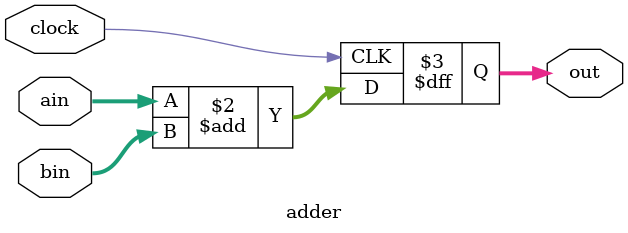
<source format=v>
module adder(
clock,
ain,
bin,
out
);

input clock;
input [3:0] ain;
input [3:0] bin;

output [3:0] out;

wire clock;

wire [3:0] ain, bin;

reg [3:0] out;

always @ (posedge clock)
begin: ADD
	out <= ain + bin; 
end

endmodule

</source>
